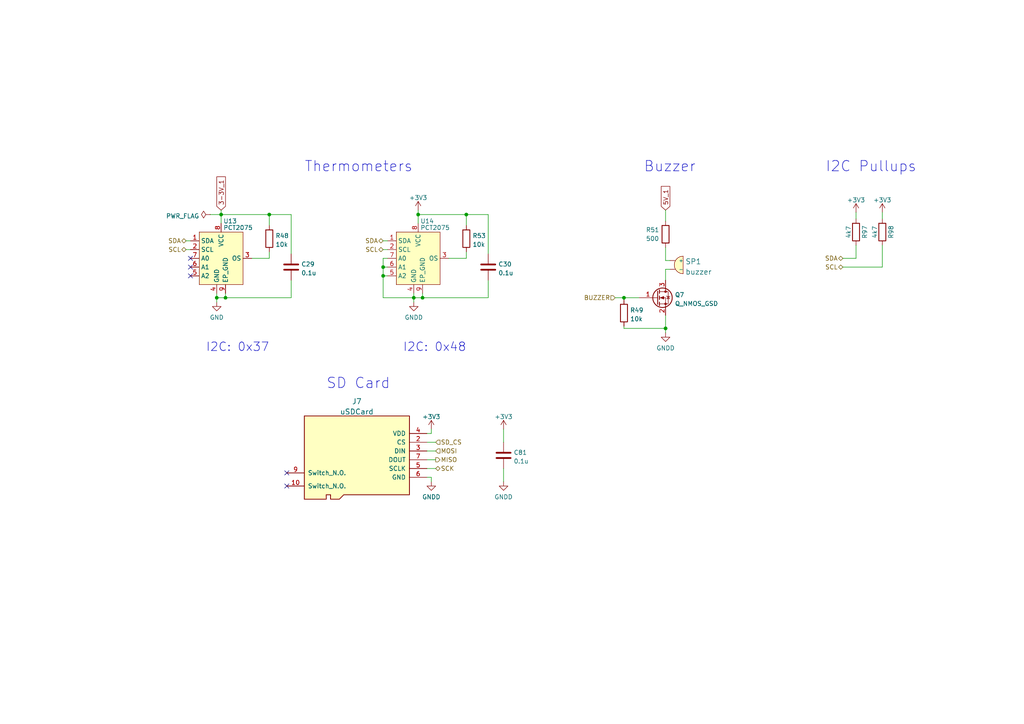
<source format=kicad_sch>
(kicad_sch (version 20211123) (generator eeschema)
  (paper "A4")
  (lib_symbols
    (symbol "0.power-symbols:+3.3V" (power) (pin_names (offset 0))
      (property "Value" "+3.3V" (at 0 3.556 0))
      (symbol "+3.3V_0_1"
        (polyline (pts (xy -0.762 1.27) (xy 0 2.54)))
        (polyline (pts (xy 0 0) (xy 0 2.54)))
        (polyline (pts (xy 0 2.54) (xy 0.762 1.27)))
      )
      (symbol "+3.3V_1_1"
        (pin power_in line (at 0 0 90) (length 0) hide (name "+3V3") (number "1"))
      )
    )
    (symbol "0.power-symbols:GND" (power) (pin_names (offset 0))
      (property "Value" "GND" (at 0 -3.81 0))
      (symbol "GND_0_1"
        (polyline (pts (xy 0 0) (xy 0 -1.27) (xy 1.27 -1.27) (xy 0 -2.54) (xy -1.27 -1.27) (xy 0 -1.27)))
      )
      (symbol "GND_1_1"
        (pin power_in line (at 0 0 270) (length 0) hide (name "GND") (number "1"))
      )
    )
    (symbol "0.power-symbols:GNDD" (power) (pin_names (offset 0))
      (property "Value" "GNDD" (at 0 -3.81 0))
      (symbol "GNDD_0_1"
        (polyline (pts (xy 0 0) (xy 0 -1.27) (xy 1.27 -1.27) (xy 0 -2.54) (xy -1.27 -1.27) (xy 0 -1.27)))
      )
      (symbol "GNDD_1_1"
        (pin power_in line (at 0 0 270) (length 0) hide (name "GNDD") (number "1"))
      )
    )
    (symbol "0.power-symbols:PWR_FLAG" (power) (pin_numbers hide) (pin_names (offset 0) hide)
      (property "Value" "PWR_FLAG" (at 0 3.81 0))
      (symbol "PWR_FLAG_0_0"
        (pin power_out line (at 0 0 90) (length 0) (name "pwr") (number "1"))
      )
      (symbol "PWR_FLAG_0_1"
        (polyline (pts (xy 0 0) (xy 0 1.27) (xy -1.016 1.905) (xy 0 2.54) (xy 1.016 1.905) (xy 0 1.27)))
      )
    )
    (symbol "1.semi.discrete:Q_NMOS_GSD" (pin_names (offset 0) hide)
      (property "Reference" "Q" (at 5.08 1.27 0))
      (property "Value" "Q_NMOS_GSD" (at 5.08 -1.27 0))
      (symbol "Q_NMOS_GSD_0_1"
        (polyline (pts (xy 0.0508 0) (xy 0.254 0)))
        (polyline (pts (xy 0.762 -1.778) (xy 2.54 -1.778)))
        (polyline (pts (xy 0.762 -1.27) (xy 0.762 -2.286)) (stroke (width 0.254)))
        (polyline (pts (xy 0.762 0) (xy 2.54 0)))
        (polyline (pts (xy 0.762 0.508) (xy 0.762 -0.508)) (stroke (width 0.254)))
        (polyline (pts (xy 0.762 1.778) (xy 2.54 1.778)))
        (polyline (pts (xy 0.762 2.286) (xy 0.762 1.27)) (stroke (width 0.254)))
        (polyline (pts (xy 2.54 -1.778) (xy 2.54 -2.54)))
        (polyline (pts (xy 2.54 -1.778) (xy 2.54 0)))
        (polyline (pts (xy 2.54 2.54) (xy 2.54 1.778)))
        (polyline (pts (xy 0.254 1.905) (xy 0.254 -1.905) (xy 0.254 -1.905)) (stroke (width 0.254)))
        (polyline (pts (xy 1.016 0) (xy 2.032 0.381) (xy 2.032 -0.381) (xy 1.016 0)) (fill (type outline)))
        (polyline (pts (xy 2.54 -1.778) (xy 3.302 -1.778) (xy 3.302 1.778) (xy 2.54 1.778)))
        (polyline (pts (xy 2.794 0.508) (xy 2.921 0.381) (xy 3.683 0.381) (xy 3.81 0.254)))
        (polyline (pts (xy 3.302 0.381) (xy 2.921 -0.254) (xy 3.683 -0.254) (xy 3.302 0.381)))
        (circle (center 1.651 0) (radius 2.8194) (stroke (width 0.254)))
        (circle (center 2.54 -1.778) (radius 0.2794) (fill (type outline)))
        (circle (center 2.54 1.778) (radius 0.2794) (fill (type outline)))
      )
      (symbol "Q_NMOS_GSD_1_1"
        (pin input line (at -5.08 0 0) (length 5.08) (name "G") (number "1"))
        (pin passive line (at 2.54 -5.08 90) (length 2.54) (name "S") (number "2"))
        (pin passive line (at 2.54 5.08 270) (length 2.54) (name "D") (number "3"))
      )
    )
    (symbol "1.semi.ic.sensor:PCT2075"
      (property "Reference" "U" (at 6.35 3.81 0))
      (property "Value" "PCT2075" (at 6.35 1.27 0))
      (symbol "PCT2075_0_1"
        (rectangle (start -6.35 0) (end 6.35 -15.24) (fill (type background)))
      )
      (symbol "PCT2075_1_1"
        (pin bidirectional line (at -8.89 -2.54 0) (length 2.54) (name "SDA") (number "1"))
        (pin input line (at -8.89 -5.08 0) (length 2.54) (name "SCL") (number "2"))
        (pin input line (at 8.89 -7.62 180) (length 2.54) (name "OS") (number "3"))
        (pin power_in line (at -1.27 -17.78 90) (length 2.54) (name "GND") (number "4"))
        (pin input line (at -8.89 -12.7 0) (length 2.54) (name "A2") (number "5"))
        (pin input line (at -8.89 -10.16 0) (length 2.54) (name "A1") (number "6"))
        (pin input line (at -8.89 -7.62 0) (length 2.54) (name "A0") (number "7"))
        (pin power_in line (at 0 2.54 270) (length 2.54) (name "VCC") (number "8"))
        (pin power_in line (at 1.27 -17.78 90) (length 2.54) (name "EP_GND") (number "9"))
      )
    )
    (symbol "2.passive:C" (pin_numbers hide) (pin_names (offset 0.254))
      (property "Reference" "C" (at 0.635 2.54 0))
      (property "Value" "C" (at 0.635 -2.54 0))
      (symbol "C_0_1"
        (polyline (pts (xy -2.032 -0.762) (xy 2.032 -0.762)) (stroke (width 0.508)))
        (polyline (pts (xy -2.032 0.762) (xy 2.032 0.762)) (stroke (width 0.508)))
      )
      (symbol "C_1_1"
        (pin passive line (at 0 3.81 270) (length 2.794) (name "~") (number "1"))
        (pin passive line (at 0 -3.81 90) (length 2.794) (name "~") (number "2"))
      )
    )
    (symbol "2.passive:R" (pin_numbers hide) (pin_names (offset 0))
      (property "Reference" "R" (at 2.032 0 90))
      (property "Value" "R" (at 0 0 90))
      (symbol "R_0_1"
        (rectangle (start -1.016 -2.54) (end 1.016 2.54) (stroke (width 0.254)))
      )
      (symbol "R_1_1"
        (pin passive line (at 0 3.81 270) (length 1.27) (name "~") (number "1"))
        (pin passive line (at 0 -3.81 90) (length 1.27) (name "~") (number "2"))
      )
    )
    (symbol "3.electromechanical.audio:buzzer" (pin_numbers hide) (pin_names (offset 1.016))
      (property "Reference" "SP" (at 0 5.08 0))
      (property "Value" "buzzer" (at 0 3.81 0))
      (symbol "buzzer_0_1"
        (arc (start -2.54 1.27) (mid 0 -1.27) (end 2.54 1.27) (fill (type background)))
        (polyline (pts (xy -2.54 1.27) (xy 2.54 1.27)))
      )
      (symbol "buzzer_1_1"
        (pin passive line (at -1.27 -2.54 90) (length 1.4986) (name "+") (number "1"))
        (pin passive line (at 1.27 -2.54 90) (length 1.4986) (name "-") (number "2"))
      )
    )
    (symbol "5.connector.interconnect.usb_dvi_hdmi:uSDCard" (pin_names (offset 1.016))
      (property "Reference" "J" (at -14.986 14.478 0))
      (property "Value" "uSDCard" (at -15.24 12.7 0))
      (symbol "uSDCard_0_1"
        (polyline (pts (xy -15.24 -5.08) (xy -15.24 -12.7) (xy -8.89 -12.7) (xy -8.89 -11.43) (xy -7.62 -11.43) (xy -7.62 -12.7) (xy -5.08 -12.7) (xy -3.81 -11.43) (xy 15.24 -11.43) (xy 15.24 11.43) (xy -15.24 11.43) (xy -15.24 -5.08)) (stroke (width 0.254)) (fill (type background)))
      )
      (symbol "uSDCard_1_1"
        (pin input line (at -20.32 -8.89 0) (length 5.08) (name "Switch_N.O.") (number "10"))
        (pin input line (at 20.32 3.81 180) (length 5.08) (name "CS") (number "2"))
        (pin input line (at 20.32 1.27 180) (length 5.08) (name "DIN") (number "3"))
        (pin power_in line (at 20.32 6.35 180) (length 5.08) (name "VDD") (number "4"))
        (pin input line (at 20.32 -3.81 180) (length 5.08) (name "SCLK") (number "5"))
        (pin power_in line (at 20.32 -6.35 180) (length 5.08) (name "GND") (number "6"))
        (pin output line (at 20.32 -1.27 180) (length 5.08) (name "DOUT") (number "7"))
        (pin input line (at -20.32 -5.08 0) (length 5.08) (name "Switch_N.O.") (number "9"))
      )
    )
  )
  (junction (at 120.015 86.36))
  (junction (at 111.125 77.47))
  (junction (at 122.555 86.36))
  (junction (at 135.255 62.23))
  (junction (at 180.975 86.36))
  (junction (at 111.125 80.01))
  (junction (at 64.135 62.23))
  (junction (at 121.285 62.23))
  (junction (at 78.105 62.23))
  (junction (at 193.04 95.25))
  (junction (at 62.865 86.36))
  (junction (at 65.405 86.36))
  (no_connect (at 55.245 80.01))
  (no_connect (at 55.245 74.93))
  (no_connect (at 83.185 140.97))
  (no_connect (at 83.185 137.16))
  (no_connect (at 55.245 77.47))
  (wire (pts (xy 248.285 61.595) (xy 248.285 63.5)))
  (wire (pts (xy 141.605 62.23) (xy 135.255 62.23)))
  (wire (pts (xy 123.825 135.89) (xy 126.365 135.89)))
  (wire (pts (xy 180.975 95.25) (xy 193.04 95.25)))
  (wire (pts (xy 112.395 74.93) (xy 111.125 74.93)))
  (wire (pts (xy 135.255 65.405) (xy 135.255 62.23)))
  (wire (pts (xy 135.255 74.93) (xy 135.255 73.025)))
  (wire (pts (xy 62.865 86.36) (xy 62.865 87.63)))
  (wire (pts (xy 193.04 78.105) (xy 194.31 78.105)))
  (wire (pts (xy 53.975 69.85) (xy 55.245 69.85)))
  (wire (pts (xy 73.025 74.93) (xy 78.105 74.93)))
  (wire (pts (xy 120.015 85.09) (xy 120.015 86.36)))
  (wire (pts (xy 121.285 60.96) (xy 121.285 62.23)))
  (wire (pts (xy 146.05 124.46) (xy 146.05 128.27)))
  (wire (pts (xy 244.475 77.47) (xy 255.905 77.47)))
  (wire (pts (xy 111.125 80.01) (xy 112.395 80.01)))
  (wire (pts (xy 111.125 72.39) (xy 112.395 72.39)))
  (wire (pts (xy 120.015 86.36) (xy 120.015 87.63)))
  (wire (pts (xy 123.825 130.81) (xy 126.365 130.81)))
  (wire (pts (xy 64.135 60.96) (xy 64.135 62.23)))
  (wire (pts (xy 193.04 95.25) (xy 193.04 96.52)))
  (wire (pts (xy 244.475 74.93) (xy 248.285 74.93)))
  (wire (pts (xy 111.125 77.47) (xy 112.395 77.47)))
  (wire (pts (xy 125.095 138.43) (xy 123.825 138.43)))
  (wire (pts (xy 111.125 80.01) (xy 111.125 86.36)))
  (wire (pts (xy 122.555 85.09) (xy 122.555 86.36)))
  (wire (pts (xy 111.125 74.93) (xy 111.125 77.47)))
  (wire (pts (xy 178.435 86.36) (xy 180.975 86.36)))
  (wire (pts (xy 193.04 91.44) (xy 193.04 95.25)))
  (wire (pts (xy 193.04 75.565) (xy 194.31 75.565)))
  (wire (pts (xy 65.405 86.36) (xy 62.865 86.36)))
  (wire (pts (xy 141.605 81.28) (xy 141.605 86.36)))
  (wire (pts (xy 84.455 62.23) (xy 78.105 62.23)))
  (wire (pts (xy 141.605 86.36) (xy 122.555 86.36)))
  (wire (pts (xy 121.285 62.23) (xy 135.255 62.23)))
  (wire (pts (xy 111.125 69.85) (xy 112.395 69.85)))
  (wire (pts (xy 62.865 85.09) (xy 62.865 86.36)))
  (wire (pts (xy 121.285 62.23) (xy 121.285 64.77)))
  (wire (pts (xy 125.095 125.73) (xy 123.825 125.73)))
  (wire (pts (xy 123.825 133.35) (xy 126.365 133.35)))
  (wire (pts (xy 78.105 65.405) (xy 78.105 62.23)))
  (wire (pts (xy 111.125 77.47) (xy 111.125 80.01)))
  (wire (pts (xy 123.825 128.27) (xy 126.365 128.27)))
  (wire (pts (xy 141.605 73.66) (xy 141.605 62.23)))
  (wire (pts (xy 255.905 61.595) (xy 255.905 63.5)))
  (wire (pts (xy 111.125 86.36) (xy 120.015 86.36)))
  (wire (pts (xy 180.975 86.36) (xy 185.42 86.36)))
  (wire (pts (xy 193.04 71.755) (xy 193.04 75.565)))
  (wire (pts (xy 65.405 85.09) (xy 65.405 86.36)))
  (wire (pts (xy 60.96 62.23) (xy 64.135 62.23)))
  (wire (pts (xy 180.975 94.615) (xy 180.975 95.25)))
  (wire (pts (xy 125.095 124.46) (xy 125.095 125.73)))
  (wire (pts (xy 78.105 74.93) (xy 78.105 73.025)))
  (wire (pts (xy 122.555 86.36) (xy 120.015 86.36)))
  (wire (pts (xy 125.095 139.7) (xy 125.095 138.43)))
  (wire (pts (xy 193.04 60.96) (xy 193.04 64.135)))
  (wire (pts (xy 130.175 74.93) (xy 135.255 74.93)))
  (wire (pts (xy 146.05 135.89) (xy 146.05 139.7)))
  (wire (pts (xy 84.455 86.36) (xy 65.405 86.36)))
  (wire (pts (xy 84.455 81.28) (xy 84.455 86.36)))
  (wire (pts (xy 53.975 72.39) (xy 55.245 72.39)))
  (wire (pts (xy 255.905 71.12) (xy 255.905 77.47)))
  (wire (pts (xy 193.04 78.105) (xy 193.04 81.28)))
  (wire (pts (xy 84.455 73.66) (xy 84.455 62.23)))
  (wire (pts (xy 64.135 62.23) (xy 64.135 64.77)))
  (wire (pts (xy 248.285 71.12) (xy 248.285 74.93)))
  (wire (pts (xy 64.135 62.23) (xy 78.105 62.23)))
  (wire (pts (xy 180.975 86.36) (xy 180.975 86.995)))
  (text "I2C: 0x48\n" (at 116.84 102.235 0) (effects (font (size 2.4892 2.4892)) (justify left bottom)))
  (text "I2C Pullups" (at 239.395 50.165 0) (effects (font (size 3 3)) (justify left bottom)))
  (text "SD Card" (at 94.615 113.03 0) (effects (font (size 3 3)) (justify left bottom)))
  (text "I2C: 0x37\n" (at 59.69 102.235 0) (effects (font (size 2.4892 2.4892)) (justify left bottom)))
  (text "Thermometers" (at 88.265 50.165 0) (effects (font (size 3 3)) (justify left bottom)))
  (text "Buzzer\n" (at 186.69 50.165 0) (effects (font (size 3 3)) (justify left bottom)))
  (global_label "5V_1" (shape input) (at 193.04 60.96 90) (property "Intersheet References" "${INTERSHEET_REFS}" (effects hide)))
  (global_label "3-3V_1" (shape input) (at 64.135 60.96 90) (property "Intersheet References" "${INTERSHEET_REFS}" (effects hide)))
  (hierarchical_label "MOSI" (shape input) (at 126.365 130.81 0))
  (hierarchical_label "SCK" (shape bidirectional) (at 126.365 135.89 0))
  (hierarchical_label "SDA" (shape bidirectional) (at 244.475 74.93 180))
  (hierarchical_label "SDA" (shape bidirectional) (at 111.125 69.85 180))
  (hierarchical_label "SDA" (shape bidirectional) (at 53.975 69.85 180))
  (hierarchical_label "SCL" (shape bidirectional) (at 111.125 72.39 180))
  (hierarchical_label "SCL" (shape bidirectional) (at 244.475 77.47 180))
  (hierarchical_label "SD_CS" (shape input) (at 126.365 128.27 0))
  (hierarchical_label "SCL" (shape bidirectional) (at 53.975 72.39 180))
  (hierarchical_label "MISO" (shape output) (at 126.365 133.35 0))
  (hierarchical_label "BUZZER" (shape input) (at 178.435 86.36 180))
  (symbol (lib_id "2.passive:R") (at 193.04 67.945 0) (unit 1)
    (property "Reference" "R51" (at 187.325 66.6781 0) (effects (justify left)))
    (property "Value" "500" (at 187.325 69.215 0) (effects (justify left)))
    (property "Footprint" "2_Passives_Resistors_SMD_IPC:R_2012_805_B" (effects hide))
    (property "PN" "1,8" (effects hide))
  )
  (symbol (lib_id "5.connector.interconnect.usb_dvi_hdmi:uSDCard") (at 103.505 132.08 0) (unit 1)
    (property "Reference" "J7" (at 103.505 116.4389 0) (effects (font (size 1.524 1.524))))
    (property "Value" "uSDCard" (at 103.505 119.4323 0) (effects (font (size 1.524 1.524))))
    (property "Footprint" "5_Connectors_Molex:uSDCard_SD_503182_011" (effects hide))
    (property "Datasheet" "x-devonthink-item://89382DC3-A8BA-4AFE-B050-E9E1112677D4" (effects hide))
  )
  (symbol (lib_id "1.semi.discrete:Q_NMOS_GSD") (at 190.5 86.36 0) (unit 1)
    (property "Reference" "Q7" (at 195.7324 85.5253 0) (effects (justify left)))
    (property "Value" "Q_NMOS_GSD" (at 195.7324 88.0622 0) (effects (justify left)))
    (property "Footprint" "1_Semi_TO_SOT:SOT-323FL" (effects hide))
  )
  (symbol (lib_id "2.passive:C") (at 146.05 132.08 180) (unit 1)
    (property "Reference" "C81" (at 148.971 131.2453 0) (effects (justify right)))
    (property "Value" "0.1u" (at 148.971 133.7822 0) (effects (justify right)))
    (property "Footprint" "2_Passives_Capacitors_SMD_IPC:C_1608_603_B" (effects hide))
    (property "PN" "2,5" (effects hide))
  )
  (symbol (lib_id "0.power-symbols:+3.3V") (at 146.05 124.46 0) (unit 1)
    (property "Reference" "#PWR0159" (effects hide))
    (property "Value" "+3.3V" (at 146.05 120.8842 0))
  )
  (symbol (lib_id "0.power-symbols:+3.3V") (at 255.905 61.595 0) (unit 1)
    (property "Reference" "#PWR0164" (effects hide))
    (property "Value" "+3.3V" (at 255.905 58.0192 0))
  )
  (symbol (lib_id "1.semi.ic.sensor:PCT2075") (at 64.135 67.31 0) (unit 1)
    (property "Reference" "U13" (at 64.77 64.135 0) (effects (justify left)))
    (property "Value" "PCT2075" (at 64.77 66.04 0) (effects (justify left)))
    (property "Footprint" "1_Semi_Misc:PCT2075TP_147" (effects hide))
    (property "PN" "TBD" (effects hide))
  )
  (symbol (lib_id "0.power-symbols:+3.3V") (at 248.285 61.595 0) (unit 1)
    (property "Reference" "#PWR0165" (effects hide))
    (property "Value" "+3.3V" (at 248.285 58.0192 0))
  )
  (symbol (lib_id "0.power-symbols:+3.3V") (at 121.285 60.96 0) (unit 1)
    (property "Reference" "#PWR067" (effects hide))
    (property "Value" "+3.3V" (at 121.285 57.3555 0))
  )
  (symbol (lib_id "0.power-symbols:GNDD") (at 146.05 139.7 0) (unit 1)
    (property "Reference" "#PWR0160" (effects hide))
    (property "Value" "GNDD" (at 146.05 144.1434 0))
  )
  (symbol (lib_id "3.electromechanical.audio:buzzer") (at 196.85 76.835 270) (unit 1)
    (property "Reference" "SP1" (at 198.755 75.8588 90) (effects (font (size 1.524 1.524)) (justify left)))
    (property "Value" "buzzer" (at 198.755 78.8522 90) (effects (font (size 1.524 1.524)) (justify left)))
    (property "Footprint" "3_Electromechanical_Audio:13-9mm_Buzzer" (effects hide))
    (property "PN" "5,1" (effects hide))
  )
  (symbol (lib_id "2.passive:R") (at 255.905 67.31 180) (unit 1)
    (property "Reference" "R98" (at 258.445 67.31 90))
    (property "Value" "4k7" (at 253.7261 67.31 90))
    (property "Footprint" "2_Passives_Resistors_SMD_IPC:R_1608_603_B" (effects hide))
    (property "PN" "1,6" (effects hide))
  )
  (symbol (lib_id "2.passive:R") (at 78.105 69.215 180) (unit 1)
    (property "Reference" "R48" (at 79.883 68.3803 0) (effects (justify right)))
    (property "Value" "10k" (at 79.883 70.9172 0) (effects (justify right)))
    (property "Footprint" "2_Passives_Resistors_SMD_IPC:R_1608_603_B" (effects hide))
    (property "PN" "1,5" (effects hide))
  )
  (symbol (lib_id "0.power-symbols:GND") (at 62.865 87.63 0) (unit 1)
    (property "Reference" "#PWR0157" (effects hide))
    (property "Value" "GND" (at 62.865 92.0734 0))
  )
  (symbol (lib_id "2.passive:R") (at 180.975 90.805 180) (unit 1)
    (property "Reference" "R49" (at 182.753 89.9703 0) (effects (justify right)))
    (property "Value" "10k" (at 182.753 92.5072 0) (effects (justify right)))
    (property "Footprint" "2_Passives_Resistors_SMD_IPC:R_1608_603_B" (effects hide))
    (property "PN" "1,5" (effects hide))
  )
  (symbol (lib_id "0.power-symbols:+3.3V") (at 125.095 124.46 0) (unit 1)
    (property "Reference" "#PWR0121" (effects hide))
    (property "Value" "+3.3V" (at 125.095 120.8842 0))
  )
  (symbol (lib_id "0.power-symbols:GNDD") (at 120.015 87.63 0) (unit 1)
    (property "Reference" "#PWR030" (effects hide))
    (property "Value" "GNDD" (at 120.015 92.0734 0))
  )
  (symbol (lib_id "2.passive:C") (at 141.605 77.47 180) (unit 1)
    (property "Reference" "C30" (at 144.526 76.6353 0) (effects (justify right)))
    (property "Value" "0.1u" (at 144.526 79.1722 0) (effects (justify right)))
    (property "Footprint" "2_Passives_Capacitors_SMD_IPC:C_1608_603_B" (effects hide))
    (property "PN" "2,5" (effects hide))
  )
  (symbol (lib_id "2.passive:C") (at 84.455 77.47 180) (unit 1)
    (property "Reference" "C29" (at 87.376 76.6353 0) (effects (justify right)))
    (property "Value" "0.1u" (at 87.376 79.1722 0) (effects (justify right)))
    (property "Footprint" "2_Passives_Capacitors_SMD_IPC:C_1608_603_B" (effects hide))
    (property "PN" "2,5" (effects hide))
  )
  (symbol (lib_id "2.passive:R") (at 135.255 69.215 180) (unit 1)
    (property "Reference" "R53" (at 137.033 68.3803 0) (effects (justify right)))
    (property "Value" "10k" (at 137.033 70.9172 0) (effects (justify right)))
    (property "Footprint" "2_Passives_Resistors_SMD_IPC:R_1608_603_B" (effects hide))
    (property "PN" "1,5" (effects hide))
  )
  (symbol (lib_id "0.power-symbols:GNDD") (at 193.04 96.52 0) (unit 1)
    (property "Reference" "#PWR0126" (effects hide))
    (property "Value" "GNDD" (at 193.04 100.9634 0))
  )
  (symbol (lib_id "0.power-symbols:GNDD") (at 125.095 139.7 0) (unit 1)
    (property "Reference" "#PWR0122" (effects hide))
    (property "Value" "GNDD" (at 125.095 144.1434 0))
  )
  (symbol (lib_id "0.power-symbols:PWR_FLAG") (at 60.96 62.23 90) (unit 1)
    (property "Reference" "#FLG0104" (effects hide))
    (property "Value" "PWR_FLAG" (at 57.7851 62.6638 90) (effects (justify left)))
  )
  (symbol (lib_id "1.semi.ic.sensor:PCT2075") (at 121.285 67.31 0) (unit 1)
    (property "Reference" "U14" (at 121.92 64.135 0) (effects (justify left)))
    (property "Value" "PCT2075" (at 121.92 66.04 0) (effects (justify left)))
    (property "Footprint" "1_Semi_Misc:PCT2075TP_147" (effects hide))
    (property "PN" "TBD" (effects hide))
  )
  (symbol (lib_id "2.passive:R") (at 248.285 67.31 180) (unit 1)
    (property "Reference" "R97" (at 250.825 67.31 90))
    (property "Value" "4k7" (at 246.1061 67.31 90))
    (property "Footprint" "2_Passives_Resistors_SMD_IPC:R_1608_603_B" (effects hide))
    (property "PN" "1,6" (effects hide))
  )
)
</source>
